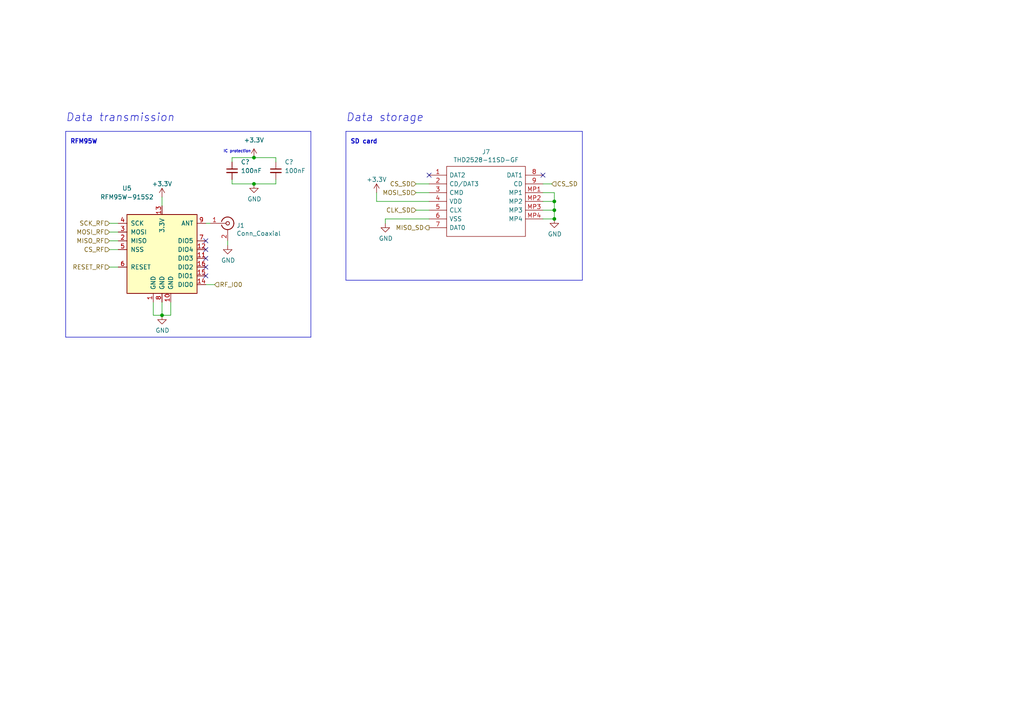
<source format=kicad_sch>
(kicad_sch (version 20230121) (generator eeschema)
  (paper "A4")
  (lib_symbols
    (symbol "Connector:Conn_Coaxial" (pin_names (offset 1.016) hide)
      (property "Reference" "J" (at 0.254 3.048 0))
      (property "Value" "Conn_Coaxial" (at 2.921 0 90))
      (symbol "Conn_Coaxial_0_1"
        (arc (start -1.778 -0.508) (mid 0.222 -1.808) (end 1.778 0) (stroke (width 0.254)))
        (polyline (pts (xy -2.54 0) (xy -0.508 0)))
        (polyline (pts (xy 0 -2.54) (xy 0 -1.778)))
        (circle (center 0 0) (radius 0.508) (stroke (width 0.2032)))
        (arc (start 1.778 0) (mid 0.222 1.8083) (end -1.778 0.508) (stroke (width 0.254)))
      )
      (symbol "Conn_Coaxial_1_1"
        (pin passive line (at -5.08 0 0) (length 2.54) (name "In") (number "1"))
        (pin passive line (at 0 -5.08 90) (length 2.54) (name "Ext") (number "2"))
      )
    )
    (symbol "Device:C_Small" (pin_numbers hide) (pin_names (offset 0.254) hide)
      (property "Reference" "C" (at 0.254 1.778 0))
      (property "Value" "C_Small" (at 0.254 -2.032 0))
      (symbol "C_Small_0_1"
        (polyline (pts (xy -1.524 -0.508) (xy 1.524 -0.508)) (stroke (width 0.3302)))
        (polyline (pts (xy -1.524 0.508) (xy 1.524 0.508)) (stroke (width 0.3048)))
      )
      (symbol "C_Small_1_1"
        (pin passive line (at 0 2.54 270) (length 2.032) (name "~") (number "1"))
        (pin passive line (at 0 -2.54 90) (length 2.032) (name "~") (number "2"))
      )
    )
    (symbol "RF_Module:RFM95W-915S2" (pin_names (offset 1.016))
      (property "Reference" "U" (at -10.414 11.684 0))
      (property "Value" "RFM95W-915S2" (at 1.524 11.43 0))
      (symbol "RFM95W-915S2_0_1"
        (rectangle (start -10.16 10.16) (end 10.16 -12.7) (stroke (width 0.254)) (fill (type background)))
      )
      (symbol "RFM95W-915S2_1_1"
        (pin power_in line (at -2.54 -15.24 90) (length 2.54) (name "GND") (number "1"))
        (pin power_in line (at 2.54 -15.24 90) (length 2.54) (name "GND") (number "10"))
        (pin bidirectional line (at 12.7 -2.54 180) (length 2.54) (name "DIO3") (number "11"))
        (pin bidirectional line (at 12.7 0 180) (length 2.54) (name "DIO4") (number "12"))
        (pin power_in line (at 0 12.7 270) (length 2.54) (name "3.3V") (number "13"))
        (pin bidirectional line (at 12.7 -10.16 180) (length 2.54) (name "DIO0") (number "14"))
        (pin bidirectional line (at 12.7 -7.62 180) (length 2.54) (name "DIO1") (number "15"))
        (pin bidirectional line (at 12.7 -5.08 180) (length 2.54) (name "DIO2") (number "16"))
        (pin output line (at -12.7 2.54 0) (length 2.54) (name "MISO") (number "2"))
        (pin input line (at -12.7 5.08 0) (length 2.54) (name "MOSI") (number "3"))
        (pin input line (at -12.7 7.62 0) (length 2.54) (name "SCK") (number "4"))
        (pin input line (at -12.7 0 0) (length 2.54) (name "NSS") (number "5"))
        (pin bidirectional line (at -12.7 -5.08 0) (length 2.54) (name "RESET") (number "6"))
        (pin bidirectional line (at 12.7 2.54 180) (length 2.54) (name "DIO5") (number "7"))
        (pin power_in line (at 0 -15.24 90) (length 2.54) (name "GND") (number "8"))
        (pin bidirectional line (at 12.7 7.62 180) (length 2.54) (name "ANT") (number "9"))
      )
    )
    (symbol "THD2528-11SD-GF:THD2528-11SD-GF" (pin_names (offset 0.762))
      (property "Reference" "J" (at 29.21 7.62 0))
      (property "Value" "THD2528-11SD-GF_THD2528-11SD-GF" (at 29.21 5.08 0))
      (symbol "THD2528-11SD-GF_0_0"
        (pin passive line (at 0 0 0) (length 5.08) (name "DAT2") (number "1"))
        (pin passive line (at 0 -2.54 0) (length 5.08) (name "CD/DAT3") (number "2"))
        (pin passive line (at 0 -5.08 0) (length 5.08) (name "CMD") (number "3"))
        (pin passive line (at 0 -7.62 0) (length 5.08) (name "VDD") (number "4"))
        (pin passive line (at 0 -10.16 0) (length 5.08) (name "CLX") (number "5"))
        (pin passive line (at 0 -12.7 0) (length 5.08) (name "VSS") (number "6"))
        (pin passive line (at 0 -15.24 0) (length 5.08) (name "DAT0") (number "7"))
        (pin passive line (at 33.02 0 180) (length 5.08) (name "DAT1") (number "8"))
        (pin passive line (at 33.02 -2.54 180) (length 5.08) (name "CD") (number "9"))
        (pin passive line (at 33.02 -5.08 180) (length 5.08) (name "MP1") (number "MP1"))
        (pin passive line (at 33.02 -7.62 180) (length 5.08) (name "MP2") (number "MP2"))
        (pin passive line (at 33.02 -10.16 180) (length 5.08) (name "MP3") (number "MP3"))
        (pin passive line (at 33.02 -12.7 180) (length 5.08) (name "MP4") (number "MP4"))
      )
      (symbol "THD2528-11SD-GF_0_1"
        (polyline (pts (xy 5.08 2.54) (xy 27.94 2.54) (xy 27.94 -17.78) (xy 5.08 -17.78) (xy 5.08 2.54)) (stroke (width 0.1524)))
      )
    )
    (symbol "power:+3.3V" (power) (pin_names (offset 0))
      (property "Value" "+3.3V" (at 0 3.556 0))
      (symbol "+3.3V_0_1"
        (polyline (pts (xy -0.762 1.27) (xy 0 2.54)))
        (polyline (pts (xy 0 0) (xy 0 2.54)))
        (polyline (pts (xy 0 2.54) (xy 0.762 1.27)))
      )
      (symbol "+3.3V_1_1"
        (pin power_in line (at 0 0 90) (length 0) hide (name "+3.3V") (number "1"))
      )
    )
    (symbol "power:GND" (power) (pin_names (offset 0))
      (property "Value" "GND" (at 0 -3.81 0))
      (symbol "GND_0_1"
        (polyline (pts (xy 0 0) (xy 0 -1.27) (xy 1.27 -1.27) (xy 0 -2.54) (xy -1.27 -1.27) (xy 0 -1.27)))
      )
      (symbol "GND_1_1"
        (pin power_in line (at 0 0 270) (length 0) hide (name "GND") (number "1"))
      )
    )
  )
  (junction (at 160.782 60.96))
  (junction (at 73.66 45.72))
  (junction (at 160.782 63.5))
  (junction (at 73.66 53.34))
  (junction (at 46.99 91.44))
  (junction (at 160.782 58.42))
  (no_connect (at 124.46 50.8))
  (no_connect (at 157.48 50.8))
  (no_connect (at 59.69 72.39))
  (no_connect (at 59.69 69.85))
  (no_connect (at 59.69 74.93))
  (no_connect (at 59.69 80.01))
  (no_connect (at 59.69 77.47))
  (polyline (pts (xy 90.17 38.1) (xy 19.05 38.1)))
  (polyline (pts (xy 168.91 38.1) (xy 100.33 38.1)))
  (wire (pts (xy 67.31 45.72) (xy 67.31 46.99)))
  (wire (pts (xy 160.782 55.88) (xy 160.782 58.42)))
  (wire (pts (xy 80.01 53.34) (xy 80.01 52.07)))
  (wire (pts (xy 124.46 55.88) (xy 120.65 55.88)))
  (wire (pts (xy 157.48 63.5) (xy 160.782 63.5)))
  (wire (pts (xy 109.22 58.42) (xy 124.46 58.42)))
  (wire (pts (xy 73.66 45.72) (xy 67.31 45.72)))
  (polyline (pts (xy 100.33 81.28) (xy 168.91 81.28)))
  (polyline (pts (xy 168.91 81.28) (xy 168.91 38.1)))
  (wire (pts (xy 67.31 52.07) (xy 67.31 53.34)))
  (wire (pts (xy 44.45 87.63) (xy 44.45 91.44)))
  (wire (pts (xy 120.65 60.96) (xy 124.46 60.96)))
  (wire (pts (xy 66.04 69.85) (xy 66.04 71.12)))
  (wire (pts (xy 49.53 91.44) (xy 46.99 91.44)))
  (wire (pts (xy 59.69 82.55) (xy 62.23 82.55)))
  (wire (pts (xy 73.66 45.72) (xy 80.01 45.72)))
  (wire (pts (xy 34.29 77.47) (xy 31.75 77.47)))
  (wire (pts (xy 67.31 53.34) (xy 73.66 53.34)))
  (wire (pts (xy 31.75 64.77) (xy 34.29 64.77)))
  (wire (pts (xy 111.76 63.5) (xy 124.46 63.5)))
  (wire (pts (xy 31.75 67.31) (xy 34.29 67.31)))
  (polyline (pts (xy 100.33 38.1) (xy 100.33 81.28)))
  (wire (pts (xy 157.48 53.34) (xy 160.02 53.34)))
  (wire (pts (xy 49.53 87.63) (xy 49.53 91.44)))
  (wire (pts (xy 160.782 58.42) (xy 160.782 60.96)))
  (wire (pts (xy 73.66 53.34) (xy 80.01 53.34)))
  (polyline (pts (xy 19.05 97.79) (xy 90.17 97.79)))
  (wire (pts (xy 46.99 87.63) (xy 46.99 91.44)))
  (polyline (pts (xy 90.17 97.79) (xy 90.17 38.1)))
  (wire (pts (xy 44.45 91.44) (xy 46.99 91.44)))
  (wire (pts (xy 120.65 53.34) (xy 124.46 53.34)))
  (wire (pts (xy 111.76 64.77) (xy 111.76 63.5)))
  (wire (pts (xy 80.01 45.72) (xy 80.01 46.99)))
  (wire (pts (xy 157.48 58.42) (xy 160.782 58.42)))
  (wire (pts (xy 157.48 55.88) (xy 160.782 55.88)))
  (wire (pts (xy 109.22 55.88) (xy 109.22 58.42)))
  (wire (pts (xy 60.96 64.77) (xy 59.69 64.77)))
  (wire (pts (xy 157.48 60.96) (xy 160.782 60.96)))
  (wire (pts (xy 160.782 60.96) (xy 160.782 63.5)))
  (wire (pts (xy 46.99 57.15) (xy 46.99 59.69)))
  (polyline (pts (xy 19.05 38.1) (xy 19.05 97.79)))
  (wire (pts (xy 31.75 69.85) (xy 34.29 69.85)))
  (wire (pts (xy 31.75 72.39) (xy 34.29 72.39)))
  (text "RFM95W" (at 20.32 41.91 0) (effects (font (size 1.27 1.27) (thickness 0.254) bold) (justify left bottom)))
  (text "Data transmission" (at 19.05 35.56 0) (effects (font (size 2.3 2.3) italic) (justify left bottom)))
  (text "SD card\n" (at 101.6 41.91 0) (effects (font (size 1.27 1.27) (thickness 0.254) bold) (justify left bottom)))
  (text "Data storage" (at 100.33 35.56 0) (effects (font (size 2.3 2.3) italic) (justify left bottom)))
  (text "IC protection" (at 64.77 44.45 0) (effects (font (size 0.8 0.8)) (justify left bottom)))
  (hierarchical_label "MISO_SD" (shape output) (at 124.46 66.04 180))
  (hierarchical_label "CS_SD" (shape input) (at 160.02 53.34 0))
  (hierarchical_label "RESET_RF" (shape input) (at 31.75 77.47 180))
  (hierarchical_label "SCK_RF" (shape input) (at 31.75 64.77 180))
  (hierarchical_label "MOSI_RF" (shape input) (at 31.75 67.31 180))
  (hierarchical_label "MOSI_SD" (shape input) (at 120.65 55.88 180))
  (hierarchical_label "CS_RF" (shape input) (at 31.75 72.39 180))
  (hierarchical_label "CS_SD" (shape input) (at 120.65 53.34 180))
  (hierarchical_label "CLK_SD" (shape input) (at 120.65 60.96 180))
  (hierarchical_label "MISO_RF" (shape input) (at 31.75 69.85 180))
  (hierarchical_label "RF_IO0" (shape input) (at 62.23 82.55 0))
  (symbol (lib_id "power:+3.3V") (at 46.99 57.15 0) (unit 1)
    (property "Reference" "#PWR06" (effects hide))
    (property "Value" "+3.3V" (at 46.99 53.34 0))
  )
  (symbol (lib_id "Device:C_Small") (at 80.01 49.53 0) (unit 1)
    (property "Reference" "C?" (at 82.55 46.99 0) (effects (justify left)))
    (property "Value" "100nF" (at 82.55 49.53 0) (effects (justify left)))
    (property "Footprint" "Capacitor_SMD:C_0603_1608Metric" (effects hide))
    (instances (project "neptune" (path "" (reference "C?") (unit 1)) (path "" (reference "C13") (unit 1))))
  )
  (symbol (lib_id "Device:C_Small") (at 67.31 49.53 0) (unit 1)
    (property "Reference" "C?" (at 69.85 46.99 0) (effects (justify left)))
    (property "Value" "100nF" (at 69.85 49.53 0) (effects (justify left)))
    (property "Footprint" "Capacitor_SMD:C_0603_1608Metric" (effects hide))
    (instances (project "neptune" (path "" (reference "C?") (unit 1)) (path "" (reference "C12") (unit 1))))
  )
  (symbol (lib_id "power:GND") (at 46.99 91.44 0) (unit 1)
    (property "Reference" "#PWR037" (effects hide))
    (property "Value" "GND" (at 47.117 95.8342 0))
  )
  (symbol (lib_id "power:GND") (at 66.04 71.12 0) (unit 1)
    (property "Reference" "#PWR038" (effects hide))
    (property "Value" "GND" (at 66.167 75.5142 0))
  )
  (symbol (lib_id "power:GND") (at 73.66 53.34 0) (unit 1)
    (property "Reference" "#PWR?" (effects hide))
    (property "Value" "GND" (at 73.787 57.7342 0))
    (instances (project "neptune" (path "" (reference "#PWR?") (unit 1)) (path "" (reference "#PWR09") (unit 1))))
  )
  (symbol (lib_id "Connector:Conn_Coaxial") (at 66.04 64.77 0) (unit 1)
    (property "Reference" "J1" (at 68.58 65.405 0) (effects (justify left)))
    (property "Value" "Conn_Coaxial" (at 68.58 67.7164 0) (effects (justify left)))
    (property "Footprint" "Connector_Coaxial:U.FL_Molex_MCRF_73412-0110_Vertical" (effects hide))
    (property "Datasheet" " ~" (effects hide))
  )
  (symbol (lib_id "power:GND") (at 160.782 63.5 0) (unit 1)
    (property "Reference" "#PWR0178" (effects hide))
    (property "Value" "GND" (at 160.909 67.8942 0))
    (instances (project "Liaka_V3" (path "" (reference "#PWR0178") (unit 1))) (project "neptune" (path "" (reference "#PWR05") (unit 1))))
  )
  (symbol (lib_id "RF_Module:RFM95W-915S2") (at 46.99 72.39 0) (unit 1)
    (property "Reference" "U5" (at 36.83 54.61 0))
    (property "Value" "RFM95W-915S2" (at 36.83 57.15 0))
    (property "Footprint" "RF_Module:HOPERF_RFM9XW_SMD" (effects hide))
    (property "Datasheet" "https://www.hoperf.com/data/upload/portal/20181127/5bfcbea20e9ef.pdf" (effects hide))
  )
  (symbol (lib_id "power:+3.3V") (at 73.66 45.72 0) (unit 1)
    (property "Reference" "#PWR?" (effects hide))
    (property "Value" "+3.3V" (at 73.66 40.64 0))
    (instances (project "neptune" (path "" (reference "#PWR?") (unit 1)) (path "" (reference "#PWR08") (unit 1))))
  )
  (symbol (lib_id "THD2528-11SD-GF:THD2528-11SD-GF") (at 124.46 50.8 0) (unit 1)
    (property "Reference" "J7" (at 140.97 44.069 0))
    (property "Value" "THD2528-11SD-GF" (at 140.97 46.3804 0))
    (property "Footprint" "local-library:THD252811SDGF" (effects hide))
    (property "Datasheet" "https://jlcpcb.com/partdetail/Thd-THD2528_11SDGF/C283232" (effects hide))
    (property "Description" "Connector - Card Sockets SMD RoHS" (effects hide))
    (property "Height" "2" (effects hide))
    (property "Manufacturer_Name" "THD" (effects hide))
    (property "Manufacturer_Part_Number" "THD2528-11SD-GF" (effects hide))
    (instances (project "Liaka_V3" (path "" (reference "J7") (unit 1))) (project "neptune" (path "" (reference "J2") (unit 1)) (path "" (reference "J1") (unit 1))))
  )
  (symbol (lib_id "power:+3.3V") (at 109.22 55.88 0) (unit 1)
    (property "Reference" "#PWR03" (effects hide))
    (property "Value" "+3.3V" (at 109.22 52.07 0))
  )
  (symbol (lib_id "power:GND") (at 111.76 64.77 0) (unit 1)
    (property "Reference" "#PWR0160" (effects hide))
    (property "Value" "GND" (at 111.887 69.1642 0))
    (instances (project "Liaka_V3" (path "" (reference "#PWR0160") (unit 1))) (project "neptune" (path "" (reference "#PWR04") (unit 1))))
  )
)
</source>
